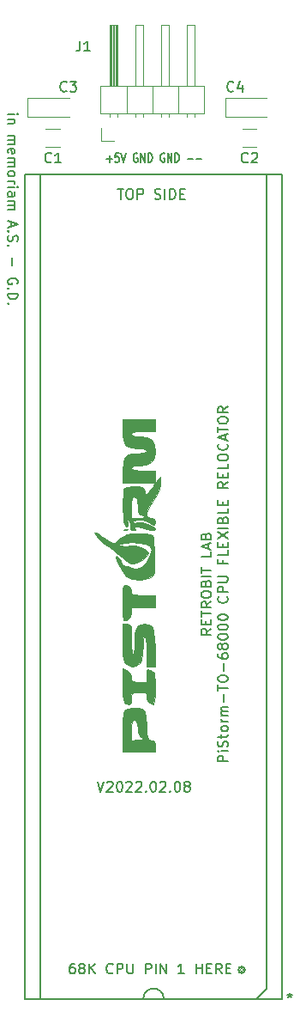
<source format=gto>
%TF.GenerationSoftware,KiCad,Pcbnew,5.1.9+dfsg1-1*%
%TF.CreationDate,2022-02-08T20:28:24+01:00*%
%TF.ProjectId,flexPiStorm,666c6578-5069-4537-946f-726d2e6b6963,v2022.02.08*%
%TF.SameCoordinates,Original*%
%TF.FileFunction,Legend,Top*%
%TF.FilePolarity,Positive*%
%FSLAX46Y46*%
G04 Gerber Fmt 4.6, Leading zero omitted, Abs format (unit mm)*
G04 Created by KiCad (PCBNEW 5.1.9+dfsg1-1) date 2022-02-08 20:28:24*
%MOMM*%
%LPD*%
G01*
G04 APERTURE LIST*
%ADD10C,0.150000*%
%ADD11C,0.120000*%
%ADD12C,0.200000*%
%ADD13C,0.175000*%
%ADD14C,0.010000*%
G04 APERTURE END LIST*
D10*
X135380952Y-120452380D02*
X135714285Y-121452380D01*
X136047619Y-120452380D01*
X136333333Y-120547619D02*
X136380952Y-120500000D01*
X136476190Y-120452380D01*
X136714285Y-120452380D01*
X136809523Y-120500000D01*
X136857142Y-120547619D01*
X136904761Y-120642857D01*
X136904761Y-120738095D01*
X136857142Y-120880952D01*
X136285714Y-121452380D01*
X136904761Y-121452380D01*
X137523809Y-120452380D02*
X137619047Y-120452380D01*
X137714285Y-120500000D01*
X137761904Y-120547619D01*
X137809523Y-120642857D01*
X137857142Y-120833333D01*
X137857142Y-121071428D01*
X137809523Y-121261904D01*
X137761904Y-121357142D01*
X137714285Y-121404761D01*
X137619047Y-121452380D01*
X137523809Y-121452380D01*
X137428571Y-121404761D01*
X137380952Y-121357142D01*
X137333333Y-121261904D01*
X137285714Y-121071428D01*
X137285714Y-120833333D01*
X137333333Y-120642857D01*
X137380952Y-120547619D01*
X137428571Y-120500000D01*
X137523809Y-120452380D01*
X138238095Y-120547619D02*
X138285714Y-120500000D01*
X138380952Y-120452380D01*
X138619047Y-120452380D01*
X138714285Y-120500000D01*
X138761904Y-120547619D01*
X138809523Y-120642857D01*
X138809523Y-120738095D01*
X138761904Y-120880952D01*
X138190476Y-121452380D01*
X138809523Y-121452380D01*
X139190476Y-120547619D02*
X139238095Y-120500000D01*
X139333333Y-120452380D01*
X139571428Y-120452380D01*
X139666666Y-120500000D01*
X139714285Y-120547619D01*
X139761904Y-120642857D01*
X139761904Y-120738095D01*
X139714285Y-120880952D01*
X139142857Y-121452380D01*
X139761904Y-121452380D01*
X140190476Y-121357142D02*
X140238095Y-121404761D01*
X140190476Y-121452380D01*
X140142857Y-121404761D01*
X140190476Y-121357142D01*
X140190476Y-121452380D01*
X140857142Y-120452380D02*
X140952380Y-120452380D01*
X141047619Y-120500000D01*
X141095238Y-120547619D01*
X141142857Y-120642857D01*
X141190476Y-120833333D01*
X141190476Y-121071428D01*
X141142857Y-121261904D01*
X141095238Y-121357142D01*
X141047619Y-121404761D01*
X140952380Y-121452380D01*
X140857142Y-121452380D01*
X140761904Y-121404761D01*
X140714285Y-121357142D01*
X140666666Y-121261904D01*
X140619047Y-121071428D01*
X140619047Y-120833333D01*
X140666666Y-120642857D01*
X140714285Y-120547619D01*
X140761904Y-120500000D01*
X140857142Y-120452380D01*
X141571428Y-120547619D02*
X141619047Y-120500000D01*
X141714285Y-120452380D01*
X141952380Y-120452380D01*
X142047619Y-120500000D01*
X142095238Y-120547619D01*
X142142857Y-120642857D01*
X142142857Y-120738095D01*
X142095238Y-120880952D01*
X141523809Y-121452380D01*
X142142857Y-121452380D01*
X142571428Y-121357142D02*
X142619047Y-121404761D01*
X142571428Y-121452380D01*
X142523809Y-121404761D01*
X142571428Y-121357142D01*
X142571428Y-121452380D01*
X143238095Y-120452380D02*
X143333333Y-120452380D01*
X143428571Y-120500000D01*
X143476190Y-120547619D01*
X143523809Y-120642857D01*
X143571428Y-120833333D01*
X143571428Y-121071428D01*
X143523809Y-121261904D01*
X143476190Y-121357142D01*
X143428571Y-121404761D01*
X143333333Y-121452380D01*
X143238095Y-121452380D01*
X143142857Y-121404761D01*
X143095238Y-121357142D01*
X143047619Y-121261904D01*
X143000000Y-121071428D01*
X143000000Y-120833333D01*
X143047619Y-120642857D01*
X143095238Y-120547619D01*
X143142857Y-120500000D01*
X143238095Y-120452380D01*
X144142857Y-120880952D02*
X144047619Y-120833333D01*
X144000000Y-120785714D01*
X143952380Y-120690476D01*
X143952380Y-120642857D01*
X144000000Y-120547619D01*
X144047619Y-120500000D01*
X144142857Y-120452380D01*
X144333333Y-120452380D01*
X144428571Y-120500000D01*
X144476190Y-120547619D01*
X144523809Y-120642857D01*
X144523809Y-120690476D01*
X144476190Y-120785714D01*
X144428571Y-120833333D01*
X144333333Y-120880952D01*
X144142857Y-120880952D01*
X144047619Y-120928571D01*
X144000000Y-120976190D01*
X143952380Y-121071428D01*
X143952380Y-121261904D01*
X144000000Y-121357142D01*
X144047619Y-121404761D01*
X144142857Y-121452380D01*
X144333333Y-121452380D01*
X144428571Y-121404761D01*
X144476190Y-121357142D01*
X144523809Y-121261904D01*
X144523809Y-121071428D01*
X144476190Y-120976190D01*
X144428571Y-120928571D01*
X144333333Y-120880952D01*
X137392857Y-62032380D02*
X137964285Y-62032380D01*
X137678571Y-63032380D02*
X137678571Y-62032380D01*
X138488095Y-62032380D02*
X138678571Y-62032380D01*
X138773809Y-62080000D01*
X138869047Y-62175238D01*
X138916666Y-62365714D01*
X138916666Y-62699047D01*
X138869047Y-62889523D01*
X138773809Y-62984761D01*
X138678571Y-63032380D01*
X138488095Y-63032380D01*
X138392857Y-62984761D01*
X138297619Y-62889523D01*
X138250000Y-62699047D01*
X138250000Y-62365714D01*
X138297619Y-62175238D01*
X138392857Y-62080000D01*
X138488095Y-62032380D01*
X139345238Y-63032380D02*
X139345238Y-62032380D01*
X139726190Y-62032380D01*
X139821428Y-62080000D01*
X139869047Y-62127619D01*
X139916666Y-62222857D01*
X139916666Y-62365714D01*
X139869047Y-62460952D01*
X139821428Y-62508571D01*
X139726190Y-62556190D01*
X139345238Y-62556190D01*
X141059523Y-62984761D02*
X141202380Y-63032380D01*
X141440476Y-63032380D01*
X141535714Y-62984761D01*
X141583333Y-62937142D01*
X141630952Y-62841904D01*
X141630952Y-62746666D01*
X141583333Y-62651428D01*
X141535714Y-62603809D01*
X141440476Y-62556190D01*
X141250000Y-62508571D01*
X141154761Y-62460952D01*
X141107142Y-62413333D01*
X141059523Y-62318095D01*
X141059523Y-62222857D01*
X141107142Y-62127619D01*
X141154761Y-62080000D01*
X141250000Y-62032380D01*
X141488095Y-62032380D01*
X141630952Y-62080000D01*
X142059523Y-63032380D02*
X142059523Y-62032380D01*
X142535714Y-63032380D02*
X142535714Y-62032380D01*
X142773809Y-62032380D01*
X142916666Y-62080000D01*
X143011904Y-62175238D01*
X143059523Y-62270476D01*
X143107142Y-62460952D01*
X143107142Y-62603809D01*
X143059523Y-62794285D01*
X143011904Y-62889523D01*
X142916666Y-62984761D01*
X142773809Y-63032380D01*
X142535714Y-63032380D01*
X143535714Y-62508571D02*
X143869047Y-62508571D01*
X144011904Y-63032380D02*
X143535714Y-63032380D01*
X143535714Y-62032380D01*
X144011904Y-62032380D01*
D11*
X149945753Y-139000000D02*
G75*
G03*
X149945753Y-139000000I-315753J0D01*
G01*
X149680000Y-139000000D02*
G75*
G03*
X149680000Y-139000000I-50000J0D01*
G01*
X149782971Y-139000000D02*
G75*
G03*
X149782971Y-139000000I-152971J0D01*
G01*
X149884951Y-138990000D02*
G75*
G03*
X149884951Y-138990000I-254951J0D01*
G01*
X150001214Y-139000000D02*
G75*
G03*
X150001214Y-139000000I-371214J0D01*
G01*
D12*
X133100000Y-138382380D02*
X132909523Y-138382380D01*
X132814285Y-138430000D01*
X132766666Y-138477619D01*
X132671428Y-138620476D01*
X132623809Y-138810952D01*
X132623809Y-139191904D01*
X132671428Y-139287142D01*
X132719047Y-139334761D01*
X132814285Y-139382380D01*
X133004761Y-139382380D01*
X133100000Y-139334761D01*
X133147619Y-139287142D01*
X133195238Y-139191904D01*
X133195238Y-138953809D01*
X133147619Y-138858571D01*
X133100000Y-138810952D01*
X133004761Y-138763333D01*
X132814285Y-138763333D01*
X132719047Y-138810952D01*
X132671428Y-138858571D01*
X132623809Y-138953809D01*
X133766666Y-138810952D02*
X133671428Y-138763333D01*
X133623809Y-138715714D01*
X133576190Y-138620476D01*
X133576190Y-138572857D01*
X133623809Y-138477619D01*
X133671428Y-138430000D01*
X133766666Y-138382380D01*
X133957142Y-138382380D01*
X134052380Y-138430000D01*
X134100000Y-138477619D01*
X134147619Y-138572857D01*
X134147619Y-138620476D01*
X134100000Y-138715714D01*
X134052380Y-138763333D01*
X133957142Y-138810952D01*
X133766666Y-138810952D01*
X133671428Y-138858571D01*
X133623809Y-138906190D01*
X133576190Y-139001428D01*
X133576190Y-139191904D01*
X133623809Y-139287142D01*
X133671428Y-139334761D01*
X133766666Y-139382380D01*
X133957142Y-139382380D01*
X134052380Y-139334761D01*
X134100000Y-139287142D01*
X134147619Y-139191904D01*
X134147619Y-139001428D01*
X134100000Y-138906190D01*
X134052380Y-138858571D01*
X133957142Y-138810952D01*
X134576190Y-139382380D02*
X134576190Y-138382380D01*
X135147619Y-139382380D02*
X134719047Y-138810952D01*
X135147619Y-138382380D02*
X134576190Y-138953809D01*
X136909523Y-139287142D02*
X136861904Y-139334761D01*
X136719047Y-139382380D01*
X136623809Y-139382380D01*
X136480952Y-139334761D01*
X136385714Y-139239523D01*
X136338095Y-139144285D01*
X136290476Y-138953809D01*
X136290476Y-138810952D01*
X136338095Y-138620476D01*
X136385714Y-138525238D01*
X136480952Y-138430000D01*
X136623809Y-138382380D01*
X136719047Y-138382380D01*
X136861904Y-138430000D01*
X136909523Y-138477619D01*
X137338095Y-139382380D02*
X137338095Y-138382380D01*
X137719047Y-138382380D01*
X137814285Y-138430000D01*
X137861904Y-138477619D01*
X137909523Y-138572857D01*
X137909523Y-138715714D01*
X137861904Y-138810952D01*
X137814285Y-138858571D01*
X137719047Y-138906190D01*
X137338095Y-138906190D01*
X138338095Y-138382380D02*
X138338095Y-139191904D01*
X138385714Y-139287142D01*
X138433333Y-139334761D01*
X138528571Y-139382380D01*
X138719047Y-139382380D01*
X138814285Y-139334761D01*
X138861904Y-139287142D01*
X138909523Y-139191904D01*
X138909523Y-138382380D01*
X140147619Y-139382380D02*
X140147619Y-138382380D01*
X140528571Y-138382380D01*
X140623809Y-138430000D01*
X140671428Y-138477619D01*
X140719047Y-138572857D01*
X140719047Y-138715714D01*
X140671428Y-138810952D01*
X140623809Y-138858571D01*
X140528571Y-138906190D01*
X140147619Y-138906190D01*
X141147619Y-139382380D02*
X141147619Y-138382380D01*
X141623809Y-139382380D02*
X141623809Y-138382380D01*
X142195238Y-139382380D01*
X142195238Y-138382380D01*
X143957142Y-139382380D02*
X143385714Y-139382380D01*
X143671428Y-139382380D02*
X143671428Y-138382380D01*
X143576190Y-138525238D01*
X143480952Y-138620476D01*
X143385714Y-138668095D01*
X145147619Y-139382380D02*
X145147619Y-138382380D01*
X145147619Y-138858571D02*
X145719047Y-138858571D01*
X145719047Y-139382380D02*
X145719047Y-138382380D01*
X146195238Y-138858571D02*
X146528571Y-138858571D01*
X146671428Y-139382380D02*
X146195238Y-139382380D01*
X146195238Y-138382380D01*
X146671428Y-138382380D01*
X147671428Y-139382380D02*
X147338095Y-138906190D01*
X147100000Y-139382380D02*
X147100000Y-138382380D01*
X147480952Y-138382380D01*
X147576190Y-138430000D01*
X147623809Y-138477619D01*
X147671428Y-138572857D01*
X147671428Y-138715714D01*
X147623809Y-138810952D01*
X147576190Y-138858571D01*
X147480952Y-138906190D01*
X147100000Y-138906190D01*
X148100000Y-138858571D02*
X148433333Y-138858571D01*
X148576190Y-139382380D02*
X148100000Y-139382380D01*
X148100000Y-138382380D01*
X148576190Y-138382380D01*
D13*
X136300000Y-59064285D02*
X136833333Y-59064285D01*
X136566666Y-59407142D02*
X136566666Y-58721428D01*
X137500000Y-58507142D02*
X137166666Y-58507142D01*
X137133333Y-58935714D01*
X137166666Y-58892857D01*
X137233333Y-58850000D01*
X137400000Y-58850000D01*
X137466666Y-58892857D01*
X137500000Y-58935714D01*
X137533333Y-59021428D01*
X137533333Y-59235714D01*
X137500000Y-59321428D01*
X137466666Y-59364285D01*
X137400000Y-59407142D01*
X137233333Y-59407142D01*
X137166666Y-59364285D01*
X137133333Y-59321428D01*
X137733333Y-58507142D02*
X137966666Y-59407142D01*
X138200000Y-58507142D01*
X139333333Y-58550000D02*
X139266666Y-58507142D01*
X139166666Y-58507142D01*
X139066666Y-58550000D01*
X139000000Y-58635714D01*
X138966666Y-58721428D01*
X138933333Y-58892857D01*
X138933333Y-59021428D01*
X138966666Y-59192857D01*
X139000000Y-59278571D01*
X139066666Y-59364285D01*
X139166666Y-59407142D01*
X139233333Y-59407142D01*
X139333333Y-59364285D01*
X139366666Y-59321428D01*
X139366666Y-59021428D01*
X139233333Y-59021428D01*
X139666666Y-59407142D02*
X139666666Y-58507142D01*
X140066666Y-59407142D01*
X140066666Y-58507142D01*
X140400000Y-59407142D02*
X140400000Y-58507142D01*
X140566666Y-58507142D01*
X140666666Y-58550000D01*
X140733333Y-58635714D01*
X140766666Y-58721428D01*
X140800000Y-58892857D01*
X140800000Y-59021428D01*
X140766666Y-59192857D01*
X140733333Y-59278571D01*
X140666666Y-59364285D01*
X140566666Y-59407142D01*
X140400000Y-59407142D01*
X142000000Y-58550000D02*
X141933333Y-58507142D01*
X141833333Y-58507142D01*
X141733333Y-58550000D01*
X141666666Y-58635714D01*
X141633333Y-58721428D01*
X141600000Y-58892857D01*
X141600000Y-59021428D01*
X141633333Y-59192857D01*
X141666666Y-59278571D01*
X141733333Y-59364285D01*
X141833333Y-59407142D01*
X141900000Y-59407142D01*
X142000000Y-59364285D01*
X142033333Y-59321428D01*
X142033333Y-59021428D01*
X141900000Y-59021428D01*
X142333333Y-59407142D02*
X142333333Y-58507142D01*
X142733333Y-59407142D01*
X142733333Y-58507142D01*
X143066666Y-59407142D02*
X143066666Y-58507142D01*
X143233333Y-58507142D01*
X143333333Y-58550000D01*
X143400000Y-58635714D01*
X143433333Y-58721428D01*
X143466666Y-58892857D01*
X143466666Y-59021428D01*
X143433333Y-59192857D01*
X143400000Y-59278571D01*
X143333333Y-59364285D01*
X143233333Y-59407142D01*
X143066666Y-59407142D01*
X144300000Y-59064285D02*
X144833333Y-59064285D01*
X145166666Y-59064285D02*
X145700000Y-59064285D01*
D10*
X146627380Y-105380952D02*
X146151190Y-105714285D01*
X146627380Y-105952380D02*
X145627380Y-105952380D01*
X145627380Y-105571428D01*
X145675000Y-105476190D01*
X145722619Y-105428571D01*
X145817857Y-105380952D01*
X145960714Y-105380952D01*
X146055952Y-105428571D01*
X146103571Y-105476190D01*
X146151190Y-105571428D01*
X146151190Y-105952380D01*
X146103571Y-104952380D02*
X146103571Y-104619047D01*
X146627380Y-104476190D02*
X146627380Y-104952380D01*
X145627380Y-104952380D01*
X145627380Y-104476190D01*
X145627380Y-104190476D02*
X145627380Y-103619047D01*
X146627380Y-103904761D02*
X145627380Y-103904761D01*
X146627380Y-102714285D02*
X146151190Y-103047619D01*
X146627380Y-103285714D02*
X145627380Y-103285714D01*
X145627380Y-102904761D01*
X145675000Y-102809523D01*
X145722619Y-102761904D01*
X145817857Y-102714285D01*
X145960714Y-102714285D01*
X146055952Y-102761904D01*
X146103571Y-102809523D01*
X146151190Y-102904761D01*
X146151190Y-103285714D01*
X145627380Y-102095238D02*
X145627380Y-101904761D01*
X145675000Y-101809523D01*
X145770238Y-101714285D01*
X145960714Y-101666666D01*
X146294047Y-101666666D01*
X146484523Y-101714285D01*
X146579761Y-101809523D01*
X146627380Y-101904761D01*
X146627380Y-102095238D01*
X146579761Y-102190476D01*
X146484523Y-102285714D01*
X146294047Y-102333333D01*
X145960714Y-102333333D01*
X145770238Y-102285714D01*
X145675000Y-102190476D01*
X145627380Y-102095238D01*
X146103571Y-100904761D02*
X146151190Y-100761904D01*
X146198809Y-100714285D01*
X146294047Y-100666666D01*
X146436904Y-100666666D01*
X146532142Y-100714285D01*
X146579761Y-100761904D01*
X146627380Y-100857142D01*
X146627380Y-101238095D01*
X145627380Y-101238095D01*
X145627380Y-100904761D01*
X145675000Y-100809523D01*
X145722619Y-100761904D01*
X145817857Y-100714285D01*
X145913095Y-100714285D01*
X146008333Y-100761904D01*
X146055952Y-100809523D01*
X146103571Y-100904761D01*
X146103571Y-101238095D01*
X146627380Y-100238095D02*
X145627380Y-100238095D01*
X145627380Y-99904761D02*
X145627380Y-99333333D01*
X146627380Y-99619047D02*
X145627380Y-99619047D01*
X146627380Y-97761904D02*
X146627380Y-98238095D01*
X145627380Y-98238095D01*
X146341666Y-97476190D02*
X146341666Y-97000000D01*
X146627380Y-97571428D02*
X145627380Y-97238095D01*
X146627380Y-96904761D01*
X146103571Y-96238095D02*
X146151190Y-96095238D01*
X146198809Y-96047619D01*
X146294047Y-96000000D01*
X146436904Y-96000000D01*
X146532142Y-96047619D01*
X146579761Y-96095238D01*
X146627380Y-96190476D01*
X146627380Y-96571428D01*
X145627380Y-96571428D01*
X145627380Y-96238095D01*
X145675000Y-96142857D01*
X145722619Y-96095238D01*
X145817857Y-96047619D01*
X145913095Y-96047619D01*
X146008333Y-96095238D01*
X146055952Y-96142857D01*
X146103571Y-96238095D01*
X146103571Y-96571428D01*
X148277380Y-118452380D02*
X147277380Y-118452380D01*
X147277380Y-118071428D01*
X147325000Y-117976190D01*
X147372619Y-117928571D01*
X147467857Y-117880952D01*
X147610714Y-117880952D01*
X147705952Y-117928571D01*
X147753571Y-117976190D01*
X147801190Y-118071428D01*
X147801190Y-118452380D01*
X148277380Y-117452380D02*
X147610714Y-117452380D01*
X147277380Y-117452380D02*
X147325000Y-117500000D01*
X147372619Y-117452380D01*
X147325000Y-117404761D01*
X147277380Y-117452380D01*
X147372619Y-117452380D01*
X148229761Y-117023809D02*
X148277380Y-116880952D01*
X148277380Y-116642857D01*
X148229761Y-116547619D01*
X148182142Y-116500000D01*
X148086904Y-116452380D01*
X147991666Y-116452380D01*
X147896428Y-116500000D01*
X147848809Y-116547619D01*
X147801190Y-116642857D01*
X147753571Y-116833333D01*
X147705952Y-116928571D01*
X147658333Y-116976190D01*
X147563095Y-117023809D01*
X147467857Y-117023809D01*
X147372619Y-116976190D01*
X147325000Y-116928571D01*
X147277380Y-116833333D01*
X147277380Y-116595238D01*
X147325000Y-116452380D01*
X147610714Y-116166666D02*
X147610714Y-115785714D01*
X147277380Y-116023809D02*
X148134523Y-116023809D01*
X148229761Y-115976190D01*
X148277380Y-115880952D01*
X148277380Y-115785714D01*
X148277380Y-115309523D02*
X148229761Y-115404761D01*
X148182142Y-115452380D01*
X148086904Y-115500000D01*
X147801190Y-115500000D01*
X147705952Y-115452380D01*
X147658333Y-115404761D01*
X147610714Y-115309523D01*
X147610714Y-115166666D01*
X147658333Y-115071428D01*
X147705952Y-115023809D01*
X147801190Y-114976190D01*
X148086904Y-114976190D01*
X148182142Y-115023809D01*
X148229761Y-115071428D01*
X148277380Y-115166666D01*
X148277380Y-115309523D01*
X148277380Y-114547619D02*
X147610714Y-114547619D01*
X147801190Y-114547619D02*
X147705952Y-114500000D01*
X147658333Y-114452380D01*
X147610714Y-114357142D01*
X147610714Y-114261904D01*
X148277380Y-113928571D02*
X147610714Y-113928571D01*
X147705952Y-113928571D02*
X147658333Y-113880952D01*
X147610714Y-113785714D01*
X147610714Y-113642857D01*
X147658333Y-113547619D01*
X147753571Y-113500000D01*
X148277380Y-113500000D01*
X147753571Y-113500000D02*
X147658333Y-113452380D01*
X147610714Y-113357142D01*
X147610714Y-113214285D01*
X147658333Y-113119047D01*
X147753571Y-113071428D01*
X148277380Y-113071428D01*
X147896428Y-112595238D02*
X147896428Y-111833333D01*
X147277380Y-111500000D02*
X147277380Y-110928571D01*
X148277380Y-111214285D02*
X147277380Y-111214285D01*
X147277380Y-110404761D02*
X147277380Y-110214285D01*
X147325000Y-110119047D01*
X147420238Y-110023809D01*
X147610714Y-109976190D01*
X147944047Y-109976190D01*
X148134523Y-110023809D01*
X148229761Y-110119047D01*
X148277380Y-110214285D01*
X148277380Y-110404761D01*
X148229761Y-110500000D01*
X148134523Y-110595238D01*
X147944047Y-110642857D01*
X147610714Y-110642857D01*
X147420238Y-110595238D01*
X147325000Y-110500000D01*
X147277380Y-110404761D01*
X147896428Y-109547619D02*
X147896428Y-108785714D01*
X147277380Y-107880952D02*
X147277380Y-108071428D01*
X147325000Y-108166666D01*
X147372619Y-108214285D01*
X147515476Y-108309523D01*
X147705952Y-108357142D01*
X148086904Y-108357142D01*
X148182142Y-108309523D01*
X148229761Y-108261904D01*
X148277380Y-108166666D01*
X148277380Y-107976190D01*
X148229761Y-107880952D01*
X148182142Y-107833333D01*
X148086904Y-107785714D01*
X147848809Y-107785714D01*
X147753571Y-107833333D01*
X147705952Y-107880952D01*
X147658333Y-107976190D01*
X147658333Y-108166666D01*
X147705952Y-108261904D01*
X147753571Y-108309523D01*
X147848809Y-108357142D01*
X147705952Y-107214285D02*
X147658333Y-107309523D01*
X147610714Y-107357142D01*
X147515476Y-107404761D01*
X147467857Y-107404761D01*
X147372619Y-107357142D01*
X147325000Y-107309523D01*
X147277380Y-107214285D01*
X147277380Y-107023809D01*
X147325000Y-106928571D01*
X147372619Y-106880952D01*
X147467857Y-106833333D01*
X147515476Y-106833333D01*
X147610714Y-106880952D01*
X147658333Y-106928571D01*
X147705952Y-107023809D01*
X147705952Y-107214285D01*
X147753571Y-107309523D01*
X147801190Y-107357142D01*
X147896428Y-107404761D01*
X148086904Y-107404761D01*
X148182142Y-107357142D01*
X148229761Y-107309523D01*
X148277380Y-107214285D01*
X148277380Y-107023809D01*
X148229761Y-106928571D01*
X148182142Y-106880952D01*
X148086904Y-106833333D01*
X147896428Y-106833333D01*
X147801190Y-106880952D01*
X147753571Y-106928571D01*
X147705952Y-107023809D01*
X147277380Y-106214285D02*
X147277380Y-106119047D01*
X147325000Y-106023809D01*
X147372619Y-105976190D01*
X147467857Y-105928571D01*
X147658333Y-105880952D01*
X147896428Y-105880952D01*
X148086904Y-105928571D01*
X148182142Y-105976190D01*
X148229761Y-106023809D01*
X148277380Y-106119047D01*
X148277380Y-106214285D01*
X148229761Y-106309523D01*
X148182142Y-106357142D01*
X148086904Y-106404761D01*
X147896428Y-106452380D01*
X147658333Y-106452380D01*
X147467857Y-106404761D01*
X147372619Y-106357142D01*
X147325000Y-106309523D01*
X147277380Y-106214285D01*
X147277380Y-105261904D02*
X147277380Y-105166666D01*
X147325000Y-105071428D01*
X147372619Y-105023809D01*
X147467857Y-104976190D01*
X147658333Y-104928571D01*
X147896428Y-104928571D01*
X148086904Y-104976190D01*
X148182142Y-105023809D01*
X148229761Y-105071428D01*
X148277380Y-105166666D01*
X148277380Y-105261904D01*
X148229761Y-105357142D01*
X148182142Y-105404761D01*
X148086904Y-105452380D01*
X147896428Y-105500000D01*
X147658333Y-105500000D01*
X147467857Y-105452380D01*
X147372619Y-105404761D01*
X147325000Y-105357142D01*
X147277380Y-105261904D01*
X147277380Y-104309523D02*
X147277380Y-104214285D01*
X147325000Y-104119047D01*
X147372619Y-104071428D01*
X147467857Y-104023809D01*
X147658333Y-103976190D01*
X147896428Y-103976190D01*
X148086904Y-104023809D01*
X148182142Y-104071428D01*
X148229761Y-104119047D01*
X148277380Y-104214285D01*
X148277380Y-104309523D01*
X148229761Y-104404761D01*
X148182142Y-104452380D01*
X148086904Y-104500000D01*
X147896428Y-104547619D01*
X147658333Y-104547619D01*
X147467857Y-104500000D01*
X147372619Y-104452380D01*
X147325000Y-104404761D01*
X147277380Y-104309523D01*
X148182142Y-102214285D02*
X148229761Y-102261904D01*
X148277380Y-102404761D01*
X148277380Y-102500000D01*
X148229761Y-102642857D01*
X148134523Y-102738095D01*
X148039285Y-102785714D01*
X147848809Y-102833333D01*
X147705952Y-102833333D01*
X147515476Y-102785714D01*
X147420238Y-102738095D01*
X147325000Y-102642857D01*
X147277380Y-102500000D01*
X147277380Y-102404761D01*
X147325000Y-102261904D01*
X147372619Y-102214285D01*
X148277380Y-101785714D02*
X147277380Y-101785714D01*
X147277380Y-101404761D01*
X147325000Y-101309523D01*
X147372619Y-101261904D01*
X147467857Y-101214285D01*
X147610714Y-101214285D01*
X147705952Y-101261904D01*
X147753571Y-101309523D01*
X147801190Y-101404761D01*
X147801190Y-101785714D01*
X147277380Y-100785714D02*
X148086904Y-100785714D01*
X148182142Y-100738095D01*
X148229761Y-100690476D01*
X148277380Y-100595238D01*
X148277380Y-100404761D01*
X148229761Y-100309523D01*
X148182142Y-100261904D01*
X148086904Y-100214285D01*
X147277380Y-100214285D01*
X147753571Y-98642857D02*
X147753571Y-98976190D01*
X148277380Y-98976190D02*
X147277380Y-98976190D01*
X147277380Y-98500000D01*
X148277380Y-97642857D02*
X148277380Y-98119047D01*
X147277380Y-98119047D01*
X147753571Y-97309523D02*
X147753571Y-96976190D01*
X148277380Y-96833333D02*
X148277380Y-97309523D01*
X147277380Y-97309523D01*
X147277380Y-96833333D01*
X147277380Y-96500000D02*
X148277380Y-95833333D01*
X147277380Y-95833333D02*
X148277380Y-96500000D01*
X148277380Y-95452380D02*
X147277380Y-95452380D01*
X147753571Y-94642857D02*
X147801190Y-94500000D01*
X147848809Y-94452380D01*
X147944047Y-94404761D01*
X148086904Y-94404761D01*
X148182142Y-94452380D01*
X148229761Y-94500000D01*
X148277380Y-94595238D01*
X148277380Y-94976190D01*
X147277380Y-94976190D01*
X147277380Y-94642857D01*
X147325000Y-94547619D01*
X147372619Y-94500000D01*
X147467857Y-94452380D01*
X147563095Y-94452380D01*
X147658333Y-94500000D01*
X147705952Y-94547619D01*
X147753571Y-94642857D01*
X147753571Y-94976190D01*
X148277380Y-93500000D02*
X148277380Y-93976190D01*
X147277380Y-93976190D01*
X147753571Y-93166666D02*
X147753571Y-92833333D01*
X148277380Y-92690476D02*
X148277380Y-93166666D01*
X147277380Y-93166666D01*
X147277380Y-92690476D01*
X148277380Y-90928571D02*
X147801190Y-91261904D01*
X148277380Y-91500000D02*
X147277380Y-91500000D01*
X147277380Y-91119047D01*
X147325000Y-91023809D01*
X147372619Y-90976190D01*
X147467857Y-90928571D01*
X147610714Y-90928571D01*
X147705952Y-90976190D01*
X147753571Y-91023809D01*
X147801190Y-91119047D01*
X147801190Y-91500000D01*
X147753571Y-90500000D02*
X147753571Y-90166666D01*
X148277380Y-90023809D02*
X148277380Y-90500000D01*
X147277380Y-90500000D01*
X147277380Y-90023809D01*
X148277380Y-89119047D02*
X148277380Y-89595238D01*
X147277380Y-89595238D01*
X147277380Y-88595238D02*
X147277380Y-88404761D01*
X147325000Y-88309523D01*
X147420238Y-88214285D01*
X147610714Y-88166666D01*
X147944047Y-88166666D01*
X148134523Y-88214285D01*
X148229761Y-88309523D01*
X148277380Y-88404761D01*
X148277380Y-88595238D01*
X148229761Y-88690476D01*
X148134523Y-88785714D01*
X147944047Y-88833333D01*
X147610714Y-88833333D01*
X147420238Y-88785714D01*
X147325000Y-88690476D01*
X147277380Y-88595238D01*
X148182142Y-87166666D02*
X148229761Y-87214285D01*
X148277380Y-87357142D01*
X148277380Y-87452380D01*
X148229761Y-87595238D01*
X148134523Y-87690476D01*
X148039285Y-87738095D01*
X147848809Y-87785714D01*
X147705952Y-87785714D01*
X147515476Y-87738095D01*
X147420238Y-87690476D01*
X147325000Y-87595238D01*
X147277380Y-87452380D01*
X147277380Y-87357142D01*
X147325000Y-87214285D01*
X147372619Y-87166666D01*
X147991666Y-86785714D02*
X147991666Y-86309523D01*
X148277380Y-86880952D02*
X147277380Y-86547619D01*
X148277380Y-86214285D01*
X147277380Y-86023809D02*
X147277380Y-85452380D01*
X148277380Y-85738095D02*
X147277380Y-85738095D01*
X147277380Y-84928571D02*
X147277380Y-84738095D01*
X147325000Y-84642857D01*
X147420238Y-84547619D01*
X147610714Y-84500000D01*
X147944047Y-84500000D01*
X148134523Y-84547619D01*
X148229761Y-84642857D01*
X148277380Y-84738095D01*
X148277380Y-84928571D01*
X148229761Y-85023809D01*
X148134523Y-85119047D01*
X147944047Y-85166666D01*
X147610714Y-85166666D01*
X147420238Y-85119047D01*
X147325000Y-85023809D01*
X147277380Y-84928571D01*
X148277380Y-83500000D02*
X147801190Y-83833333D01*
X148277380Y-84071428D02*
X147277380Y-84071428D01*
X147277380Y-83690476D01*
X147325000Y-83595238D01*
X147372619Y-83547619D01*
X147467857Y-83500000D01*
X147610714Y-83500000D01*
X147705952Y-83547619D01*
X147753571Y-83595238D01*
X147801190Y-83690476D01*
X147801190Y-84071428D01*
X126547619Y-54666666D02*
X127214285Y-54666666D01*
X127547619Y-54666666D02*
X127500000Y-54619047D01*
X127452380Y-54666666D01*
X127500000Y-54714285D01*
X127547619Y-54666666D01*
X127452380Y-54666666D01*
X127214285Y-55142857D02*
X126547619Y-55142857D01*
X127119047Y-55142857D02*
X127166666Y-55190476D01*
X127214285Y-55285714D01*
X127214285Y-55428571D01*
X127166666Y-55523809D01*
X127071428Y-55571428D01*
X126547619Y-55571428D01*
X126547619Y-56809523D02*
X127214285Y-56809523D01*
X127119047Y-56809523D02*
X127166666Y-56857142D01*
X127214285Y-56952380D01*
X127214285Y-57095238D01*
X127166666Y-57190476D01*
X127071428Y-57238095D01*
X126547619Y-57238095D01*
X127071428Y-57238095D02*
X127166666Y-57285714D01*
X127214285Y-57380952D01*
X127214285Y-57523809D01*
X127166666Y-57619047D01*
X127071428Y-57666666D01*
X126547619Y-57666666D01*
X126595238Y-58523809D02*
X126547619Y-58428571D01*
X126547619Y-58238095D01*
X126595238Y-58142857D01*
X126690476Y-58095238D01*
X127071428Y-58095238D01*
X127166666Y-58142857D01*
X127214285Y-58238095D01*
X127214285Y-58428571D01*
X127166666Y-58523809D01*
X127071428Y-58571428D01*
X126976190Y-58571428D01*
X126880952Y-58095238D01*
X126547619Y-59000000D02*
X127214285Y-59000000D01*
X127119047Y-59000000D02*
X127166666Y-59047619D01*
X127214285Y-59142857D01*
X127214285Y-59285714D01*
X127166666Y-59380952D01*
X127071428Y-59428571D01*
X126547619Y-59428571D01*
X127071428Y-59428571D02*
X127166666Y-59476190D01*
X127214285Y-59571428D01*
X127214285Y-59714285D01*
X127166666Y-59809523D01*
X127071428Y-59857142D01*
X126547619Y-59857142D01*
X126547619Y-60476190D02*
X126595238Y-60380952D01*
X126642857Y-60333333D01*
X126738095Y-60285714D01*
X127023809Y-60285714D01*
X127119047Y-60333333D01*
X127166666Y-60380952D01*
X127214285Y-60476190D01*
X127214285Y-60619047D01*
X127166666Y-60714285D01*
X127119047Y-60761904D01*
X127023809Y-60809523D01*
X126738095Y-60809523D01*
X126642857Y-60761904D01*
X126595238Y-60714285D01*
X126547619Y-60619047D01*
X126547619Y-60476190D01*
X126547619Y-61238095D02*
X127214285Y-61238095D01*
X127023809Y-61238095D02*
X127119047Y-61285714D01*
X127166666Y-61333333D01*
X127214285Y-61428571D01*
X127214285Y-61523809D01*
X126547619Y-61857142D02*
X127214285Y-61857142D01*
X127547619Y-61857142D02*
X127500000Y-61809523D01*
X127452380Y-61857142D01*
X127500000Y-61904761D01*
X127547619Y-61857142D01*
X127452380Y-61857142D01*
X126547619Y-62761904D02*
X127071428Y-62761904D01*
X127166666Y-62714285D01*
X127214285Y-62619047D01*
X127214285Y-62428571D01*
X127166666Y-62333333D01*
X126595238Y-62761904D02*
X126547619Y-62666666D01*
X126547619Y-62428571D01*
X126595238Y-62333333D01*
X126690476Y-62285714D01*
X126785714Y-62285714D01*
X126880952Y-62333333D01*
X126928571Y-62428571D01*
X126928571Y-62666666D01*
X126976190Y-62761904D01*
X126547619Y-63238095D02*
X127214285Y-63238095D01*
X127119047Y-63238095D02*
X127166666Y-63285714D01*
X127214285Y-63380952D01*
X127214285Y-63523809D01*
X127166666Y-63619047D01*
X127071428Y-63666666D01*
X126547619Y-63666666D01*
X127071428Y-63666666D02*
X127166666Y-63714285D01*
X127214285Y-63809523D01*
X127214285Y-63952380D01*
X127166666Y-64047619D01*
X127071428Y-64095238D01*
X126547619Y-64095238D01*
X126833333Y-65285714D02*
X126833333Y-65761904D01*
X126547619Y-65190476D02*
X127547619Y-65523809D01*
X126547619Y-65857142D01*
X126642857Y-66190476D02*
X126595238Y-66238095D01*
X126547619Y-66190476D01*
X126595238Y-66142857D01*
X126642857Y-66190476D01*
X126547619Y-66190476D01*
X126595238Y-66619047D02*
X126547619Y-66761904D01*
X126547619Y-67000000D01*
X126595238Y-67095238D01*
X126642857Y-67142857D01*
X126738095Y-67190476D01*
X126833333Y-67190476D01*
X126928571Y-67142857D01*
X126976190Y-67095238D01*
X127023809Y-67000000D01*
X127071428Y-66809523D01*
X127119047Y-66714285D01*
X127166666Y-66666666D01*
X127261904Y-66619047D01*
X127357142Y-66619047D01*
X127452380Y-66666666D01*
X127500000Y-66714285D01*
X127547619Y-66809523D01*
X127547619Y-67047619D01*
X127500000Y-67190476D01*
X126642857Y-67619047D02*
X126595238Y-67666666D01*
X126547619Y-67619047D01*
X126595238Y-67571428D01*
X126642857Y-67619047D01*
X126547619Y-67619047D01*
X126928571Y-68857142D02*
X126928571Y-69619047D01*
X127500000Y-71380952D02*
X127547619Y-71285714D01*
X127547619Y-71142857D01*
X127500000Y-71000000D01*
X127404761Y-70904761D01*
X127309523Y-70857142D01*
X127119047Y-70809523D01*
X126976190Y-70809523D01*
X126785714Y-70857142D01*
X126690476Y-70904761D01*
X126595238Y-71000000D01*
X126547619Y-71142857D01*
X126547619Y-71238095D01*
X126595238Y-71380952D01*
X126642857Y-71428571D01*
X126976190Y-71428571D01*
X126976190Y-71238095D01*
X126642857Y-71857142D02*
X126595238Y-71904761D01*
X126547619Y-71857142D01*
X126595238Y-71809523D01*
X126642857Y-71857142D01*
X126547619Y-71857142D01*
X126547619Y-72333333D02*
X127547619Y-72333333D01*
X127547619Y-72571428D01*
X127500000Y-72714285D01*
X127404761Y-72809523D01*
X127309523Y-72857142D01*
X127119047Y-72904761D01*
X126976190Y-72904761D01*
X126785714Y-72857142D01*
X126690476Y-72809523D01*
X126595238Y-72714285D01*
X126547619Y-72571428D01*
X126547619Y-72333333D01*
X126642857Y-73333333D02*
X126595238Y-73380952D01*
X126547619Y-73333333D01*
X126595238Y-73285714D01*
X126642857Y-73333333D01*
X126547619Y-73333333D01*
%TO.C,U1*%
X128230000Y-141860000D02*
X153630000Y-141860000D01*
X153630000Y-141860000D02*
X153630000Y-60580000D01*
X153630000Y-60580000D02*
X128230000Y-60580000D01*
X128230000Y-60580000D02*
X128230000Y-141860000D01*
X129754000Y-141860000D02*
X129754000Y-60580000D01*
X152106000Y-60580000D02*
X152106000Y-140844000D01*
X152106000Y-140844000D02*
X151090000Y-141860000D01*
X139914000Y-141860000D02*
G75*
G02*
X141946000Y-141860000I1016000J0D01*
G01*
D11*
%TO.C,J1*%
X135730000Y-57270000D02*
X135730000Y-56000000D01*
X137000000Y-57270000D02*
X135730000Y-57270000D01*
X145000000Y-54957071D02*
X145000000Y-54560000D01*
X144240000Y-54957071D02*
X144240000Y-54560000D01*
X145000000Y-45900000D02*
X145000000Y-51900000D01*
X144240000Y-45900000D02*
X145000000Y-45900000D01*
X144240000Y-51900000D02*
X144240000Y-45900000D01*
X143350000Y-54560000D02*
X143350000Y-51900000D01*
X142460000Y-54957071D02*
X142460000Y-54560000D01*
X141700000Y-54957071D02*
X141700000Y-54560000D01*
X142460000Y-45900000D02*
X142460000Y-51900000D01*
X141700000Y-45900000D02*
X142460000Y-45900000D01*
X141700000Y-51900000D02*
X141700000Y-45900000D01*
X140810000Y-54560000D02*
X140810000Y-51900000D01*
X139920000Y-54957071D02*
X139920000Y-54560000D01*
X139160000Y-54957071D02*
X139160000Y-54560000D01*
X139920000Y-45900000D02*
X139920000Y-51900000D01*
X139160000Y-45900000D02*
X139920000Y-45900000D01*
X139160000Y-51900000D02*
X139160000Y-45900000D01*
X138270000Y-54560000D02*
X138270000Y-51900000D01*
X137380000Y-54890000D02*
X137380000Y-54560000D01*
X136620000Y-54890000D02*
X136620000Y-54560000D01*
X137280000Y-51900000D02*
X137280000Y-45900000D01*
X137160000Y-51900000D02*
X137160000Y-45900000D01*
X137040000Y-51900000D02*
X137040000Y-45900000D01*
X136920000Y-51900000D02*
X136920000Y-45900000D01*
X136800000Y-51900000D02*
X136800000Y-45900000D01*
X136680000Y-51900000D02*
X136680000Y-45900000D01*
X137380000Y-45900000D02*
X137380000Y-51900000D01*
X136620000Y-45900000D02*
X137380000Y-45900000D01*
X136620000Y-51900000D02*
X136620000Y-45900000D01*
X135670000Y-51900000D02*
X135670000Y-54560000D01*
X145950000Y-51900000D02*
X135670000Y-51900000D01*
X145950000Y-54560000D02*
X145950000Y-51900000D01*
X135670000Y-54560000D02*
X145950000Y-54560000D01*
D14*
%TO.C,L3*%
G36*
X138020248Y-95554099D02*
G01*
X138283143Y-95534046D01*
X138342655Y-95567379D01*
X138292487Y-95643833D01*
X138121876Y-95655727D01*
X137942389Y-95614646D01*
X138020248Y-95554099D01*
G37*
X138020248Y-95554099D02*
X138283143Y-95534046D01*
X138342655Y-95567379D01*
X138292487Y-95643833D01*
X138121876Y-95655727D01*
X137942389Y-95614646D01*
X138020248Y-95554099D01*
G36*
X137924356Y-89027615D02*
G01*
X138078652Y-88522408D01*
X138394393Y-88236906D01*
X138919513Y-88115977D01*
X139368676Y-88099470D01*
X139907633Y-88074103D01*
X140176068Y-87985832D01*
X140238543Y-87847153D01*
X140153496Y-87693074D01*
X139856192Y-87614926D01*
X139339448Y-87594835D01*
X138678688Y-87547546D01*
X138248889Y-87369240D01*
X138004250Y-87005261D01*
X137898971Y-86400950D01*
X137883576Y-85857417D01*
X137883576Y-84735232D01*
X141079603Y-84735232D01*
X141079603Y-85912715D01*
X139902119Y-85912715D01*
X139262373Y-85927554D01*
X138896226Y-85980909D01*
X138741803Y-86086040D01*
X138724636Y-86165033D01*
X138814675Y-86323707D01*
X139126412Y-86401205D01*
X139565695Y-86417351D01*
X140303504Y-86502732D01*
X140778861Y-86779872D01*
X141025115Y-87280266D01*
X141079603Y-87847153D01*
X140989199Y-88543971D01*
X140695757Y-88992920D01*
X140165928Y-89225494D01*
X139565695Y-89276954D01*
X139036784Y-89303966D01*
X138778456Y-89397487D01*
X138724636Y-89529272D01*
X138793883Y-89666360D01*
X139042874Y-89744820D01*
X139533485Y-89777911D01*
X139902119Y-89781590D01*
X141079603Y-89781590D01*
X141079603Y-90959073D01*
X137883576Y-90959073D01*
X137883576Y-89807660D01*
X137924356Y-89027615D01*
G37*
X137924356Y-89027615D02*
X138078652Y-88522408D01*
X138394393Y-88236906D01*
X138919513Y-88115977D01*
X139368676Y-88099470D01*
X139907633Y-88074103D01*
X140176068Y-87985832D01*
X140238543Y-87847153D01*
X140153496Y-87693074D01*
X139856192Y-87614926D01*
X139339448Y-87594835D01*
X138678688Y-87547546D01*
X138248889Y-87369240D01*
X138004250Y-87005261D01*
X137898971Y-86400950D01*
X137883576Y-85857417D01*
X137883576Y-84735232D01*
X141079603Y-84735232D01*
X141079603Y-85912715D01*
X139902119Y-85912715D01*
X139262373Y-85927554D01*
X138896226Y-85980909D01*
X138741803Y-86086040D01*
X138724636Y-86165033D01*
X138814675Y-86323707D01*
X139126412Y-86401205D01*
X139565695Y-86417351D01*
X140303504Y-86502732D01*
X140778861Y-86779872D01*
X141025115Y-87280266D01*
X141079603Y-87847153D01*
X140989199Y-88543971D01*
X140695757Y-88992920D01*
X140165928Y-89225494D01*
X139565695Y-89276954D01*
X139036784Y-89303966D01*
X138778456Y-89397487D01*
X138724636Y-89529272D01*
X138793883Y-89666360D01*
X139042874Y-89744820D01*
X139533485Y-89777911D01*
X139902119Y-89781590D01*
X141079603Y-89781590D01*
X141079603Y-90959073D01*
X137883576Y-90959073D01*
X137883576Y-89807660D01*
X137924356Y-89027615D01*
G36*
X135263414Y-95920709D02*
G01*
X135600204Y-96111722D01*
X135734296Y-96208069D01*
X136400283Y-96670932D01*
X136882048Y-96914665D01*
X137157628Y-96928864D01*
X137190068Y-96897806D01*
X137385600Y-96711649D01*
X137744511Y-96433599D01*
X137868287Y-96345291D01*
X138264406Y-96114703D01*
X138688369Y-95998391D01*
X139269900Y-95967305D01*
X139538349Y-95971272D01*
X140131504Y-96011256D01*
X140595882Y-96089041D01*
X140815228Y-96178062D01*
X140890979Y-96411096D01*
X140955722Y-96890574D01*
X141005680Y-97526592D01*
X141037078Y-98229248D01*
X141046140Y-98908639D01*
X141029090Y-99474862D01*
X140982152Y-99838015D01*
X140970461Y-99874305D01*
X140639532Y-100301249D01*
X140054824Y-100516967D01*
X139628602Y-100547153D01*
X138775668Y-100461728D01*
X138195514Y-100199846D01*
X137870036Y-99754586D01*
X137697414Y-99391510D01*
X137549965Y-99203196D01*
X137410252Y-98990368D01*
X137280269Y-98611030D01*
X137212800Y-98280434D01*
X137270864Y-98220499D01*
X137435144Y-98338941D01*
X137663638Y-98617564D01*
X137715364Y-98783527D01*
X137853306Y-99010959D01*
X138155781Y-99191517D01*
X138430265Y-99228162D01*
X138556080Y-99317778D01*
X138556473Y-99327616D01*
X138704336Y-99411569D01*
X139067082Y-99452884D01*
X139135903Y-99453775D01*
X139540045Y-99402067D01*
X139866543Y-99198019D01*
X140224551Y-98780927D01*
X140617175Y-98132522D01*
X140726544Y-97609319D01*
X140548708Y-97231996D01*
X140524568Y-97210889D01*
X140120101Y-97026904D01*
X139497665Y-96911185D01*
X138771178Y-96876945D01*
X138101585Y-96929871D01*
X137643894Y-97009901D01*
X137481720Y-97077122D01*
X137576352Y-97157127D01*
X137688846Y-97202775D01*
X138064260Y-97273759D01*
X138277487Y-97231491D01*
X138651929Y-97143236D01*
X139155073Y-97194774D01*
X139681327Y-97350879D01*
X140125098Y-97576327D01*
X140380792Y-97835891D01*
X140406755Y-97941801D01*
X140263390Y-98219111D01*
X139906365Y-98524266D01*
X139445281Y-98791937D01*
X138989741Y-98956793D01*
X138687094Y-98966833D01*
X138376348Y-98803343D01*
X137921927Y-98473083D01*
X137419375Y-98045831D01*
X137393750Y-98022300D01*
X136938457Y-97615098D01*
X136578873Y-97316787D01*
X136384744Y-97184848D01*
X136375297Y-97182914D01*
X136177498Y-97078549D01*
X135866235Y-96820343D01*
X135524364Y-96490631D01*
X135234745Y-96171748D01*
X135080236Y-95946029D01*
X135078761Y-95894573D01*
X135263414Y-95920709D01*
G37*
X135263414Y-95920709D02*
X135600204Y-96111722D01*
X135734296Y-96208069D01*
X136400283Y-96670932D01*
X136882048Y-96914665D01*
X137157628Y-96928864D01*
X137190068Y-96897806D01*
X137385600Y-96711649D01*
X137744511Y-96433599D01*
X137868287Y-96345291D01*
X138264406Y-96114703D01*
X138688369Y-95998391D01*
X139269900Y-95967305D01*
X139538349Y-95971272D01*
X140131504Y-96011256D01*
X140595882Y-96089041D01*
X140815228Y-96178062D01*
X140890979Y-96411096D01*
X140955722Y-96890574D01*
X141005680Y-97526592D01*
X141037078Y-98229248D01*
X141046140Y-98908639D01*
X141029090Y-99474862D01*
X140982152Y-99838015D01*
X140970461Y-99874305D01*
X140639532Y-100301249D01*
X140054824Y-100516967D01*
X139628602Y-100547153D01*
X138775668Y-100461728D01*
X138195514Y-100199846D01*
X137870036Y-99754586D01*
X137697414Y-99391510D01*
X137549965Y-99203196D01*
X137410252Y-98990368D01*
X137280269Y-98611030D01*
X137212800Y-98280434D01*
X137270864Y-98220499D01*
X137435144Y-98338941D01*
X137663638Y-98617564D01*
X137715364Y-98783527D01*
X137853306Y-99010959D01*
X138155781Y-99191517D01*
X138430265Y-99228162D01*
X138556080Y-99317778D01*
X138556473Y-99327616D01*
X138704336Y-99411569D01*
X139067082Y-99452884D01*
X139135903Y-99453775D01*
X139540045Y-99402067D01*
X139866543Y-99198019D01*
X140224551Y-98780927D01*
X140617175Y-98132522D01*
X140726544Y-97609319D01*
X140548708Y-97231996D01*
X140524568Y-97210889D01*
X140120101Y-97026904D01*
X139497665Y-96911185D01*
X138771178Y-96876945D01*
X138101585Y-96929871D01*
X137643894Y-97009901D01*
X137481720Y-97077122D01*
X137576352Y-97157127D01*
X137688846Y-97202775D01*
X138064260Y-97273759D01*
X138277487Y-97231491D01*
X138651929Y-97143236D01*
X139155073Y-97194774D01*
X139681327Y-97350879D01*
X140125098Y-97576327D01*
X140380792Y-97835891D01*
X140406755Y-97941801D01*
X140263390Y-98219111D01*
X139906365Y-98524266D01*
X139445281Y-98791937D01*
X138989741Y-98956793D01*
X138687094Y-98966833D01*
X138376348Y-98803343D01*
X137921927Y-98473083D01*
X137419375Y-98045831D01*
X137393750Y-98022300D01*
X136938457Y-97615098D01*
X136578873Y-97316787D01*
X136384744Y-97184848D01*
X136375297Y-97182914D01*
X136177498Y-97078549D01*
X135866235Y-96820343D01*
X135524364Y-96490631D01*
X135234745Y-96171748D01*
X135080236Y-95946029D01*
X135078761Y-95894573D01*
X135263414Y-95920709D01*
G36*
X137886326Y-102017786D02*
G01*
X137903044Y-101507814D01*
X137946431Y-101218536D01*
X138029189Y-101092085D01*
X138164021Y-101070599D01*
X138262053Y-101082142D01*
X138575636Y-101243539D01*
X138693756Y-101598477D01*
X138736804Y-101841024D01*
X138847347Y-101979316D01*
X139102569Y-102042630D01*
X139579655Y-102060242D01*
X139913292Y-102061060D01*
X141079603Y-102061060D01*
X141079603Y-103238543D01*
X138724636Y-103238543D01*
X138724636Y-103737261D01*
X138593752Y-104191528D01*
X138269078Y-104507430D01*
X137978741Y-104584239D01*
X137939792Y-104427582D01*
X137908552Y-104003789D01*
X137888729Y-103382122D01*
X137883576Y-102806314D01*
X137886326Y-102017786D01*
G37*
X137886326Y-102017786D02*
X137903044Y-101507814D01*
X137946431Y-101218536D01*
X138029189Y-101092085D01*
X138164021Y-101070599D01*
X138262053Y-101082142D01*
X138575636Y-101243539D01*
X138693756Y-101598477D01*
X138736804Y-101841024D01*
X138847347Y-101979316D01*
X139102569Y-102042630D01*
X139579655Y-102060242D01*
X139913292Y-102061060D01*
X141079603Y-102061060D01*
X141079603Y-103238543D01*
X138724636Y-103238543D01*
X138724636Y-103737261D01*
X138593752Y-104191528D01*
X138269078Y-104507430D01*
X137978741Y-104584239D01*
X137939792Y-104427582D01*
X137908552Y-104003789D01*
X137888729Y-103382122D01*
X137883576Y-102806314D01*
X137886326Y-102017786D01*
G36*
X138304106Y-104920662D02*
G01*
X138503177Y-104932717D01*
X138626781Y-105012040D01*
X138692899Y-105223371D01*
X138719517Y-105631449D01*
X138724615Y-106301013D01*
X138724636Y-106434570D01*
X138742280Y-107159971D01*
X138791120Y-107677425D01*
X138865022Y-107931708D01*
X138892848Y-107948477D01*
X138978931Y-107792761D01*
X139038483Y-107374828D01*
X139061056Y-106768501D01*
X139061060Y-106759935D01*
X139090804Y-105930498D01*
X139196185Y-105383493D01*
X139401424Y-105068881D01*
X139730742Y-104936621D01*
X139950091Y-104923238D01*
X140368333Y-104944671D01*
X140658462Y-105039524D01*
X140846221Y-105260643D01*
X140957359Y-105660877D01*
X141017619Y-106293071D01*
X141052025Y-107185089D01*
X141108553Y-109125960D01*
X140238543Y-109125960D01*
X140238543Y-107621981D01*
X140220878Y-106942144D01*
X140173629Y-106396974D01*
X140105412Y-106068843D01*
X140070331Y-106014040D01*
X139971424Y-106105340D01*
X139906992Y-106495939D01*
X139885352Y-106971331D01*
X139845958Y-107828024D01*
X139746455Y-108410150D01*
X139566809Y-108777174D01*
X139286985Y-108988557D01*
X139193027Y-109026180D01*
X138738713Y-109083385D01*
X138317142Y-108897652D01*
X138127285Y-108758828D01*
X138002917Y-108594779D01*
X137930201Y-108337507D01*
X137895301Y-107919017D01*
X137884378Y-107271314D01*
X137883576Y-106767116D01*
X137883576Y-104920662D01*
X138304106Y-104920662D01*
G37*
X138304106Y-104920662D02*
X138503177Y-104932717D01*
X138626781Y-105012040D01*
X138692899Y-105223371D01*
X138719517Y-105631449D01*
X138724615Y-106301013D01*
X138724636Y-106434570D01*
X138742280Y-107159971D01*
X138791120Y-107677425D01*
X138865022Y-107931708D01*
X138892848Y-107948477D01*
X138978931Y-107792761D01*
X139038483Y-107374828D01*
X139061056Y-106768501D01*
X139061060Y-106759935D01*
X139090804Y-105930498D01*
X139196185Y-105383493D01*
X139401424Y-105068881D01*
X139730742Y-104936621D01*
X139950091Y-104923238D01*
X140368333Y-104944671D01*
X140658462Y-105039524D01*
X140846221Y-105260643D01*
X140957359Y-105660877D01*
X141017619Y-106293071D01*
X141052025Y-107185089D01*
X141108553Y-109125960D01*
X140238543Y-109125960D01*
X140238543Y-107621981D01*
X140220878Y-106942144D01*
X140173629Y-106396974D01*
X140105412Y-106068843D01*
X140070331Y-106014040D01*
X139971424Y-106105340D01*
X139906992Y-106495939D01*
X139885352Y-106971331D01*
X139845958Y-107828024D01*
X139746455Y-108410150D01*
X139566809Y-108777174D01*
X139286985Y-108988557D01*
X139193027Y-109026180D01*
X138738713Y-109083385D01*
X138317142Y-108897652D01*
X138127285Y-108758828D01*
X138002917Y-108594779D01*
X137930201Y-108337507D01*
X137895301Y-107919017D01*
X137884378Y-107271314D01*
X137883576Y-106767116D01*
X137883576Y-104920662D01*
X138304106Y-104920662D01*
G36*
X138304106Y-109492991D02*
G01*
X138640559Y-109769721D01*
X138724636Y-110162233D01*
X138749072Y-110456136D01*
X138883099Y-110595355D01*
X139217796Y-110637360D01*
X139481589Y-110639868D01*
X140238543Y-110639868D01*
X140238543Y-109970626D01*
X140251326Y-109548225D01*
X140329972Y-109393549D01*
X140534927Y-109437945D01*
X140659073Y-109492991D01*
X140855774Y-109600060D01*
X140979080Y-109751161D01*
X141046086Y-110017954D01*
X141073890Y-110472099D01*
X141079590Y-111185258D01*
X141079603Y-111255610D01*
X141064276Y-111935895D01*
X141023124Y-112467772D01*
X140963389Y-112777577D01*
X140925148Y-112826623D01*
X140474798Y-112699334D01*
X140256476Y-112331004D01*
X140238543Y-112135778D01*
X140214983Y-111836412D01*
X140083528Y-111694612D01*
X139753015Y-111651768D01*
X139481589Y-111649139D01*
X139016484Y-111661708D01*
X138796242Y-111746887D01*
X138729305Y-111975888D01*
X138724636Y-112237881D01*
X138684863Y-112664014D01*
X138523629Y-112812077D01*
X138178059Y-112735284D01*
X138149652Y-112724520D01*
X138023856Y-112618020D01*
X137943774Y-112374756D01*
X137900306Y-111934461D01*
X137884356Y-111236867D01*
X137883576Y-110961901D01*
X137883576Y-109301385D01*
X138304106Y-109492991D01*
G37*
X138304106Y-109492991D02*
X138640559Y-109769721D01*
X138724636Y-110162233D01*
X138749072Y-110456136D01*
X138883099Y-110595355D01*
X139217796Y-110637360D01*
X139481589Y-110639868D01*
X140238543Y-110639868D01*
X140238543Y-109970626D01*
X140251326Y-109548225D01*
X140329972Y-109393549D01*
X140534927Y-109437945D01*
X140659073Y-109492991D01*
X140855774Y-109600060D01*
X140979080Y-109751161D01*
X141046086Y-110017954D01*
X141073890Y-110472099D01*
X141079590Y-111185258D01*
X141079603Y-111255610D01*
X141064276Y-111935895D01*
X141023124Y-112467772D01*
X140963389Y-112777577D01*
X140925148Y-112826623D01*
X140474798Y-112699334D01*
X140256476Y-112331004D01*
X140238543Y-112135778D01*
X140214983Y-111836412D01*
X140083528Y-111694612D01*
X139753015Y-111651768D01*
X139481589Y-111649139D01*
X139016484Y-111661708D01*
X138796242Y-111746887D01*
X138729305Y-111975888D01*
X138724636Y-112237881D01*
X138684863Y-112664014D01*
X138523629Y-112812077D01*
X138178059Y-112735284D01*
X138149652Y-112724520D01*
X138023856Y-112618020D01*
X137943774Y-112374756D01*
X137900306Y-111934461D01*
X137884356Y-111236867D01*
X137883576Y-110961901D01*
X137883576Y-109301385D01*
X138304106Y-109492991D01*
G36*
X137902434Y-114508154D02*
G01*
X137958879Y-113794226D01*
X138052716Y-113411975D01*
X138085430Y-113364901D01*
X138392525Y-113232973D01*
X138882373Y-113173336D01*
X139408378Y-113189645D01*
X139823944Y-113285558D01*
X139889489Y-113319893D01*
X140032521Y-113555240D01*
X140135500Y-114070751D01*
X140203803Y-114893623D01*
X140204954Y-114915330D01*
X140246588Y-115612207D01*
X140296339Y-116038973D01*
X140375944Y-116261665D01*
X140507139Y-116346320D01*
X140680167Y-116359073D01*
X140951096Y-116407096D01*
X141061841Y-116616198D01*
X141079603Y-116947815D01*
X141079603Y-117536556D01*
X138724636Y-117536556D01*
X138724636Y-116359073D01*
X139439536Y-116347688D01*
X139860590Y-116331104D01*
X139984222Y-116285596D01*
X139849351Y-116189691D01*
X139784279Y-116157483D01*
X139534385Y-115952861D01*
X139405014Y-115584912D01*
X139363749Y-115203162D01*
X139293043Y-114684309D01*
X139148869Y-114428117D01*
X139019007Y-114371762D01*
X138855061Y-114384156D01*
X138765673Y-114546947D01*
X138729583Y-114929873D01*
X138724636Y-115337468D01*
X138724636Y-116359073D01*
X138724636Y-117536556D01*
X137883576Y-117536556D01*
X137883576Y-115551656D01*
X137902434Y-114508154D01*
G37*
X137902434Y-114508154D02*
X137958879Y-113794226D01*
X138052716Y-113411975D01*
X138085430Y-113364901D01*
X138392525Y-113232973D01*
X138882373Y-113173336D01*
X139408378Y-113189645D01*
X139823944Y-113285558D01*
X139889489Y-113319893D01*
X140032521Y-113555240D01*
X140135500Y-114070751D01*
X140203803Y-114893623D01*
X140204954Y-114915330D01*
X140246588Y-115612207D01*
X140296339Y-116038973D01*
X140375944Y-116261665D01*
X140507139Y-116346320D01*
X140680167Y-116359073D01*
X140951096Y-116407096D01*
X141061841Y-116616198D01*
X141079603Y-116947815D01*
X141079603Y-117536556D01*
X138724636Y-117536556D01*
X138724636Y-116359073D01*
X139439536Y-116347688D01*
X139860590Y-116331104D01*
X139984222Y-116285596D01*
X139849351Y-116189691D01*
X139784279Y-116157483D01*
X139534385Y-115952861D01*
X139405014Y-115584912D01*
X139363749Y-115203162D01*
X139293043Y-114684309D01*
X139148869Y-114428117D01*
X139019007Y-114371762D01*
X138855061Y-114384156D01*
X138765673Y-114546947D01*
X138729583Y-114929873D01*
X138724636Y-115337468D01*
X138724636Y-116359073D01*
X138724636Y-117536556D01*
X137883576Y-117536556D01*
X137883576Y-115551656D01*
X137902434Y-114508154D01*
G36*
X137917729Y-92211614D02*
G01*
X137979713Y-91748355D01*
X138060982Y-91536737D01*
X138357608Y-91383428D01*
X138844974Y-91303592D01*
X139383215Y-91308393D01*
X139804256Y-91397600D01*
X140028737Y-91631747D01*
X140070331Y-91818129D01*
X140111449Y-92071663D01*
X140250484Y-92081036D01*
X140510957Y-91831289D01*
X140916391Y-91307464D01*
X140953444Y-91256510D01*
X141584238Y-90386374D01*
X141584238Y-91065870D01*
X141525575Y-91555710D01*
X141318687Y-92055520D01*
X140917230Y-92676825D01*
X140911391Y-92684987D01*
X140465846Y-93397044D01*
X140255631Y-93948637D01*
X140283752Y-94318239D01*
X140553217Y-94484324D01*
X140659073Y-94491523D01*
X140988837Y-94570372D01*
X141079603Y-94827947D01*
X141024364Y-95104359D01*
X140829792Y-95116359D01*
X140500764Y-94906703D01*
X140169619Y-94758944D01*
X139728406Y-94678092D01*
X139292917Y-94668859D01*
X138978946Y-94735952D01*
X138892848Y-94841313D01*
X139037950Y-94946517D01*
X139414792Y-94908252D01*
X139827086Y-94906347D01*
X140310400Y-95020534D01*
X140750426Y-95207500D01*
X141032855Y-95423933D01*
X141079603Y-95539047D01*
X141000997Y-95644226D01*
X140732462Y-95650387D01*
X140224922Y-95553864D01*
X139770379Y-95441281D01*
X139275396Y-95322491D01*
X139048388Y-95301736D01*
X139035506Y-95379017D01*
X139081469Y-95441281D01*
X139161408Y-95615355D01*
X138956758Y-95668345D01*
X138902109Y-95669007D01*
X138724636Y-95625491D01*
X138724636Y-94491523D01*
X139407411Y-94491523D01*
X139833748Y-94456056D01*
X139996246Y-94360193D01*
X139986225Y-94323311D01*
X139742843Y-94168535D01*
X139639874Y-94155100D01*
X139483885Y-94052047D01*
X139409580Y-93706573D01*
X139397483Y-93332037D01*
X139346994Y-92725466D01*
X139194765Y-92435497D01*
X139161611Y-92418461D01*
X138937338Y-92381499D01*
X138804188Y-92519305D01*
X138740508Y-92885973D01*
X138724636Y-93510287D01*
X138724636Y-94491523D01*
X138724636Y-95625491D01*
X138634440Y-95603375D01*
X138629908Y-95366049D01*
X138629983Y-95365812D01*
X138613358Y-94998660D01*
X138489006Y-94738216D01*
X138325968Y-94536441D01*
X138294758Y-94608848D01*
X138339614Y-94873199D01*
X138348377Y-95231501D01*
X138197557Y-95332545D01*
X138087952Y-95178109D01*
X137999636Y-94769023D01*
X137935531Y-94186558D01*
X137898562Y-93511987D01*
X137891653Y-92826582D01*
X137917729Y-92211614D01*
G37*
X137917729Y-92211614D02*
X137979713Y-91748355D01*
X138060982Y-91536737D01*
X138357608Y-91383428D01*
X138844974Y-91303592D01*
X139383215Y-91308393D01*
X139804256Y-91397600D01*
X140028737Y-91631747D01*
X140070331Y-91818129D01*
X140111449Y-92071663D01*
X140250484Y-92081036D01*
X140510957Y-91831289D01*
X140916391Y-91307464D01*
X140953444Y-91256510D01*
X141584238Y-90386374D01*
X141584238Y-91065870D01*
X141525575Y-91555710D01*
X141318687Y-92055520D01*
X140917230Y-92676825D01*
X140911391Y-92684987D01*
X140465846Y-93397044D01*
X140255631Y-93948637D01*
X140283752Y-94318239D01*
X140553217Y-94484324D01*
X140659073Y-94491523D01*
X140988837Y-94570372D01*
X141079603Y-94827947D01*
X141024364Y-95104359D01*
X140829792Y-95116359D01*
X140500764Y-94906703D01*
X140169619Y-94758944D01*
X139728406Y-94678092D01*
X139292917Y-94668859D01*
X138978946Y-94735952D01*
X138892848Y-94841313D01*
X139037950Y-94946517D01*
X139414792Y-94908252D01*
X139827086Y-94906347D01*
X140310400Y-95020534D01*
X140750426Y-95207500D01*
X141032855Y-95423933D01*
X141079603Y-95539047D01*
X141000997Y-95644226D01*
X140732462Y-95650387D01*
X140224922Y-95553864D01*
X139770379Y-95441281D01*
X139275396Y-95322491D01*
X139048388Y-95301736D01*
X139035506Y-95379017D01*
X139081469Y-95441281D01*
X139161408Y-95615355D01*
X138956758Y-95668345D01*
X138902109Y-95669007D01*
X138724636Y-95625491D01*
X138724636Y-94491523D01*
X139407411Y-94491523D01*
X139833748Y-94456056D01*
X139996246Y-94360193D01*
X139986225Y-94323311D01*
X139742843Y-94168535D01*
X139639874Y-94155100D01*
X139483885Y-94052047D01*
X139409580Y-93706573D01*
X139397483Y-93332037D01*
X139346994Y-92725466D01*
X139194765Y-92435497D01*
X139161611Y-92418461D01*
X138937338Y-92381499D01*
X138804188Y-92519305D01*
X138740508Y-92885973D01*
X138724636Y-93510287D01*
X138724636Y-94491523D01*
X138724636Y-95625491D01*
X138634440Y-95603375D01*
X138629908Y-95366049D01*
X138629983Y-95365812D01*
X138613358Y-94998660D01*
X138489006Y-94738216D01*
X138325968Y-94536441D01*
X138294758Y-94608848D01*
X138339614Y-94873199D01*
X138348377Y-95231501D01*
X138197557Y-95332545D01*
X138087952Y-95178109D01*
X137999636Y-94769023D01*
X137935531Y-94186558D01*
X137898562Y-93511987D01*
X137891653Y-92826582D01*
X137917729Y-92211614D01*
D11*
%TO.C,C1*%
X130288748Y-56090000D02*
X131711252Y-56090000D01*
X130288748Y-57910000D02*
X131711252Y-57910000D01*
%TO.C,C2*%
X149698748Y-57910000D02*
X151121252Y-57910000D01*
X149698748Y-56090000D02*
X151121252Y-56090000D01*
%TO.C,C3*%
X132600000Y-53065000D02*
X128515000Y-53065000D01*
X128515000Y-53065000D02*
X128515000Y-54935000D01*
X128515000Y-54935000D02*
X132600000Y-54935000D01*
%TO.C,C4*%
X148015000Y-54935000D02*
X152100000Y-54935000D01*
X148015000Y-53065000D02*
X148015000Y-54935000D01*
X152100000Y-53065000D02*
X148015000Y-53065000D01*
%TO.C,U1*%
D10*
X154392000Y-141312380D02*
X154392000Y-141550476D01*
X154153904Y-141455238D02*
X154392000Y-141550476D01*
X154630095Y-141455238D01*
X154249142Y-141740952D02*
X154392000Y-141550476D01*
X154534857Y-141740952D01*
%TO.C,J1*%
X133666666Y-47452380D02*
X133666666Y-48166666D01*
X133619047Y-48309523D01*
X133523809Y-48404761D01*
X133380952Y-48452380D01*
X133285714Y-48452380D01*
X134666666Y-48452380D02*
X134095238Y-48452380D01*
X134380952Y-48452380D02*
X134380952Y-47452380D01*
X134285714Y-47595238D01*
X134190476Y-47690476D01*
X134095238Y-47738095D01*
%TO.C,C1*%
X130833333Y-59357142D02*
X130785714Y-59404761D01*
X130642857Y-59452380D01*
X130547619Y-59452380D01*
X130404761Y-59404761D01*
X130309523Y-59309523D01*
X130261904Y-59214285D01*
X130214285Y-59023809D01*
X130214285Y-58880952D01*
X130261904Y-58690476D01*
X130309523Y-58595238D01*
X130404761Y-58500000D01*
X130547619Y-58452380D01*
X130642857Y-58452380D01*
X130785714Y-58500000D01*
X130833333Y-58547619D01*
X131785714Y-59452380D02*
X131214285Y-59452380D01*
X131500000Y-59452380D02*
X131500000Y-58452380D01*
X131404761Y-58595238D01*
X131309523Y-58690476D01*
X131214285Y-58738095D01*
%TO.C,C2*%
X150243333Y-59357142D02*
X150195714Y-59404761D01*
X150052857Y-59452380D01*
X149957619Y-59452380D01*
X149814761Y-59404761D01*
X149719523Y-59309523D01*
X149671904Y-59214285D01*
X149624285Y-59023809D01*
X149624285Y-58880952D01*
X149671904Y-58690476D01*
X149719523Y-58595238D01*
X149814761Y-58500000D01*
X149957619Y-58452380D01*
X150052857Y-58452380D01*
X150195714Y-58500000D01*
X150243333Y-58547619D01*
X150624285Y-58547619D02*
X150671904Y-58500000D01*
X150767142Y-58452380D01*
X151005238Y-58452380D01*
X151100476Y-58500000D01*
X151148095Y-58547619D01*
X151195714Y-58642857D01*
X151195714Y-58738095D01*
X151148095Y-58880952D01*
X150576666Y-59452380D01*
X151195714Y-59452380D01*
%TO.C,C3*%
X132333333Y-52357142D02*
X132285714Y-52404761D01*
X132142857Y-52452380D01*
X132047619Y-52452380D01*
X131904761Y-52404761D01*
X131809523Y-52309523D01*
X131761904Y-52214285D01*
X131714285Y-52023809D01*
X131714285Y-51880952D01*
X131761904Y-51690476D01*
X131809523Y-51595238D01*
X131904761Y-51500000D01*
X132047619Y-51452380D01*
X132142857Y-51452380D01*
X132285714Y-51500000D01*
X132333333Y-51547619D01*
X132666666Y-51452380D02*
X133285714Y-51452380D01*
X132952380Y-51833333D01*
X133095238Y-51833333D01*
X133190476Y-51880952D01*
X133238095Y-51928571D01*
X133285714Y-52023809D01*
X133285714Y-52261904D01*
X133238095Y-52357142D01*
X133190476Y-52404761D01*
X133095238Y-52452380D01*
X132809523Y-52452380D01*
X132714285Y-52404761D01*
X132666666Y-52357142D01*
%TO.C,C4*%
X148833333Y-52357142D02*
X148785714Y-52404761D01*
X148642857Y-52452380D01*
X148547619Y-52452380D01*
X148404761Y-52404761D01*
X148309523Y-52309523D01*
X148261904Y-52214285D01*
X148214285Y-52023809D01*
X148214285Y-51880952D01*
X148261904Y-51690476D01*
X148309523Y-51595238D01*
X148404761Y-51500000D01*
X148547619Y-51452380D01*
X148642857Y-51452380D01*
X148785714Y-51500000D01*
X148833333Y-51547619D01*
X149690476Y-51785714D02*
X149690476Y-52452380D01*
X149452380Y-51404761D02*
X149214285Y-52119047D01*
X149833333Y-52119047D01*
%TD*%
M02*

</source>
